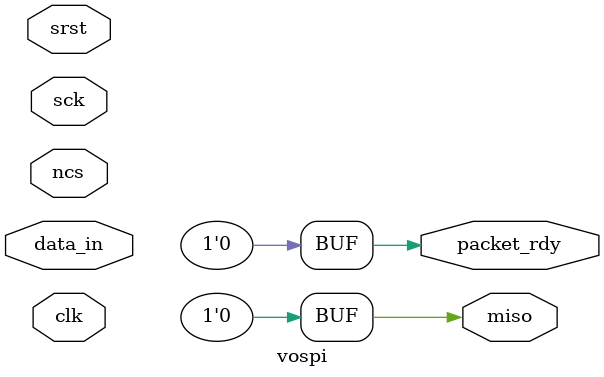
<source format=v>
module vospi(	// file.cleaned.mlir:2:3
  input         clk,	// file.cleaned.mlir:2:23
                srst,	// file.cleaned.mlir:2:37
  input  [15:0] data_in,	// file.cleaned.mlir:2:52
  input         sck,	// file.cleaned.mlir:2:71
                ncs,	// file.cleaned.mlir:2:85
  output        packet_rdy,	// file.cleaned.mlir:2:100
                miso	// file.cleaned.mlir:2:121
);

  assign packet_rdy = 1'h0;	// file.cleaned.mlir:3:14, :4:5
  assign miso = 1'h0;	// file.cleaned.mlir:3:14, :4:5
endmodule


</source>
